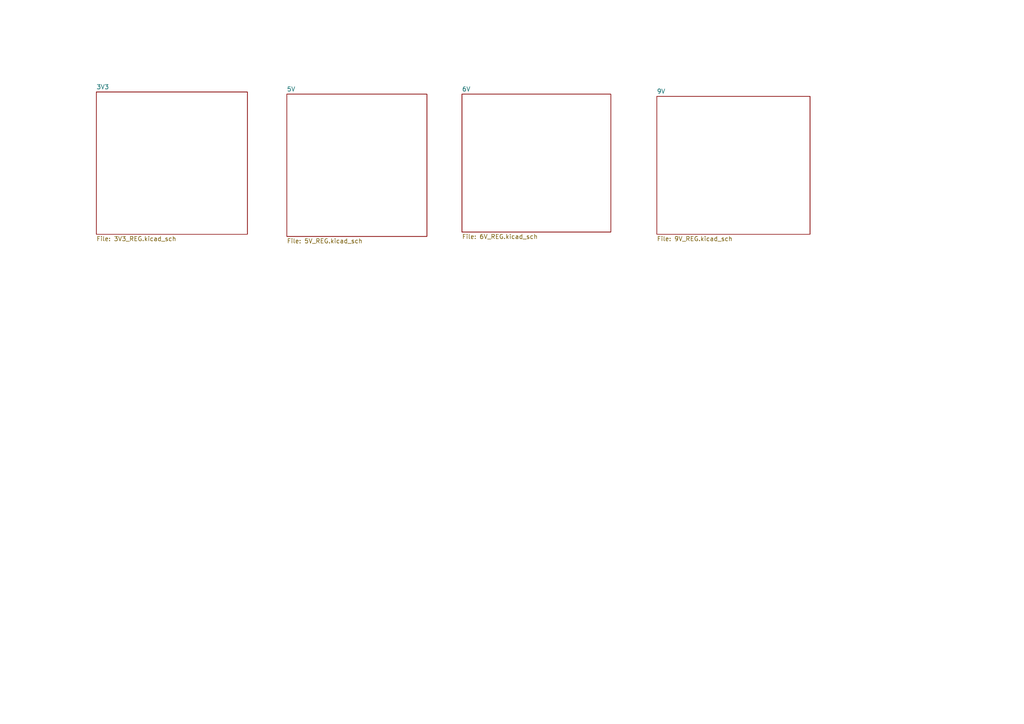
<source format=kicad_sch>
(kicad_sch (version 20211123) (generator eeschema)
  (paper "A4")
  (lib_symbols)
  (sheet (at 190.5 27.94) (size 44.45 40.005) (stroke (width 0.1524))
    (property "Sheet name" "9V" (at 190.5 27.2284 0) (effects (justify left bottom)))
    (property "Sheet file" "9V_REG.kicad_sch" (at 190.5 68.5296 0) (effects (justify left top)))
  )
  (sheet (at 27.94 26.67) (size 43.815 41.275) (stroke (width 0.1524))
    (property "Sheet name" "3V3" (at 27.94 25.9584 0) (effects (justify left bottom)))
    (property "Sheet file" "3V3_REG.kicad_sch" (at 27.94 68.5296 0) (effects (justify left top)))
  )
  (sheet (at 83.185 27.305) (size 40.64 41.275) (stroke (width 0.1524))
    (property "Sheet name" "5V" (at 83.185 26.5934 0) (effects (justify left bottom)))
    (property "Sheet file" "5V_REG.kicad_sch" (at 83.185 69.1646 0) (effects (justify left top)))
  )
  (sheet (at 133.985 27.305) (size 43.18 40.005) (stroke (width 0.1524))
    (property "Sheet name" "6V" (at 133.985 26.5934 0) (effects (justify left bottom)))
    (property "Sheet file" "6V_REG.kicad_sch" (at 133.985 67.8946 0) (effects (justify left top)))
  )
)
</source>
